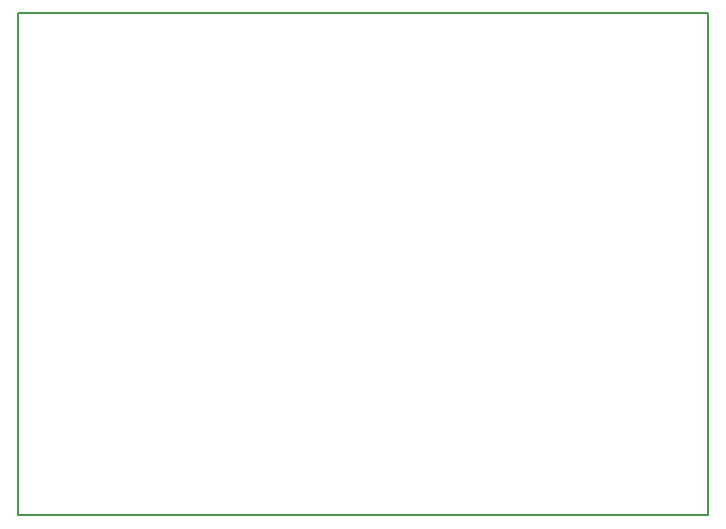
<source format=gm1>
G04 #@! TF.GenerationSoftware,KiCad,Pcbnew,(5.1.0)-1*
G04 #@! TF.CreationDate,2019-08-10T18:49:58-05:00*
G04 #@! TF.ProjectId,TS2596_24V_to_5V_3A_reg,54533235-3936-45f3-9234-565f746f5f35,V0*
G04 #@! TF.SameCoordinates,Original*
G04 #@! TF.FileFunction,Profile,NP*
%FSLAX46Y46*%
G04 Gerber Fmt 4.6, Leading zero omitted, Abs format (unit mm)*
G04 Created by KiCad (PCBNEW (5.1.0)-1) date 2019-08-10 18:49:58*
%MOMM*%
%LPD*%
G04 APERTURE LIST*
%ADD10C,0.150000*%
G04 APERTURE END LIST*
D10*
X147955000Y-62865000D02*
X147955000Y-105410000D01*
X206375000Y-62865000D02*
X147955000Y-62865000D01*
X206375000Y-105410000D02*
X206375000Y-62865000D01*
X147955000Y-105410000D02*
X206375000Y-105410000D01*
M02*

</source>
